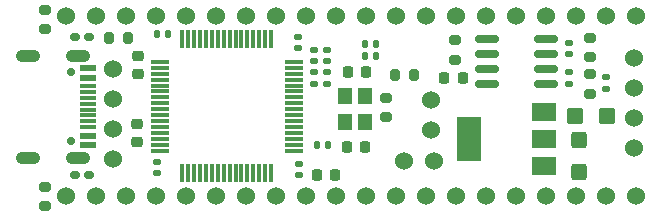
<source format=gts>
G04 #@! TF.GenerationSoftware,KiCad,Pcbnew,(6.0.7-1)-1*
G04 #@! TF.CreationDate,2022-09-05T08:39:56-04:00*
G04 #@! TF.ProjectId,F405_pill,46343035-5f70-4696-9c6c-2e6b69636164,rev?*
G04 #@! TF.SameCoordinates,Original*
G04 #@! TF.FileFunction,Soldermask,Top*
G04 #@! TF.FilePolarity,Negative*
%FSLAX46Y46*%
G04 Gerber Fmt 4.6, Leading zero omitted, Abs format (unit mm)*
G04 Created by KiCad (PCBNEW (6.0.7-1)-1) date 2022-09-05 08:39:56*
%MOMM*%
%LPD*%
G01*
G04 APERTURE LIST*
G04 Aperture macros list*
%AMRoundRect*
0 Rectangle with rounded corners*
0 $1 Rounding radius*
0 $2 $3 $4 $5 $6 $7 $8 $9 X,Y pos of 4 corners*
0 Add a 4 corners polygon primitive as box body*
4,1,4,$2,$3,$4,$5,$6,$7,$8,$9,$2,$3,0*
0 Add four circle primitives for the rounded corners*
1,1,$1+$1,$2,$3*
1,1,$1+$1,$4,$5*
1,1,$1+$1,$6,$7*
1,1,$1+$1,$8,$9*
0 Add four rect primitives between the rounded corners*
20,1,$1+$1,$2,$3,$4,$5,0*
20,1,$1+$1,$4,$5,$6,$7,0*
20,1,$1+$1,$6,$7,$8,$9,0*
20,1,$1+$1,$8,$9,$2,$3,0*%
G04 Aperture macros list end*
%ADD10RoundRect,0.225000X0.250000X-0.225000X0.250000X0.225000X-0.250000X0.225000X-0.250000X-0.225000X0*%
%ADD11RoundRect,0.225000X-0.250000X0.225000X-0.250000X-0.225000X0.250000X-0.225000X0.250000X0.225000X0*%
%ADD12RoundRect,0.140000X-0.170000X0.140000X-0.170000X-0.140000X0.170000X-0.140000X0.170000X0.140000X0*%
%ADD13RoundRect,0.140000X0.140000X0.170000X-0.140000X0.170000X-0.140000X-0.170000X0.140000X-0.170000X0*%
%ADD14RoundRect,0.200000X-0.275000X0.200000X-0.275000X-0.200000X0.275000X-0.200000X0.275000X0.200000X0*%
%ADD15R,2.000000X1.500000*%
%ADD16R,2.000000X3.800000*%
%ADD17C,1.524000*%
%ADD18R,1.200000X1.400000*%
%ADD19RoundRect,0.200000X0.275000X-0.200000X0.275000X0.200000X-0.275000X0.200000X-0.275000X-0.200000X0*%
%ADD20RoundRect,0.140000X0.170000X-0.140000X0.170000X0.140000X-0.170000X0.140000X-0.170000X-0.140000X0*%
%ADD21RoundRect,0.225000X-0.225000X-0.250000X0.225000X-0.250000X0.225000X0.250000X-0.225000X0.250000X0*%
%ADD22RoundRect,0.140000X-0.140000X-0.170000X0.140000X-0.170000X0.140000X0.170000X-0.140000X0.170000X0*%
%ADD23RoundRect,0.250000X-0.450000X-0.425000X0.450000X-0.425000X0.450000X0.425000X-0.450000X0.425000X0*%
%ADD24RoundRect,0.160000X0.222500X0.160000X-0.222500X0.160000X-0.222500X-0.160000X0.222500X-0.160000X0*%
%ADD25RoundRect,0.075000X0.700000X0.075000X-0.700000X0.075000X-0.700000X-0.075000X0.700000X-0.075000X0*%
%ADD26RoundRect,0.075000X0.075000X0.700000X-0.075000X0.700000X-0.075000X-0.700000X0.075000X-0.700000X0*%
%ADD27RoundRect,0.218750X-0.218750X-0.256250X0.218750X-0.256250X0.218750X0.256250X-0.218750X0.256250X0*%
%ADD28RoundRect,0.225000X0.225000X0.250000X-0.225000X0.250000X-0.225000X-0.250000X0.225000X-0.250000X0*%
%ADD29RoundRect,0.147500X-0.172500X0.147500X-0.172500X-0.147500X0.172500X-0.147500X0.172500X0.147500X0*%
%ADD30RoundRect,0.250000X-0.425000X0.450000X-0.425000X-0.450000X0.425000X-0.450000X0.425000X0.450000X0*%
%ADD31RoundRect,0.150000X-0.825000X-0.150000X0.825000X-0.150000X0.825000X0.150000X-0.825000X0.150000X0*%
%ADD32RoundRect,0.200000X0.200000X0.275000X-0.200000X0.275000X-0.200000X-0.275000X0.200000X-0.275000X0*%
%ADD33C,0.700000*%
%ADD34R,1.450000X0.600000*%
%ADD35R,1.450000X0.300000*%
%ADD36O,2.100000X1.050000*%
%ADD37RoundRect,0.160000X-0.222500X-0.160000X0.222500X-0.160000X0.222500X0.160000X-0.222500X0.160000X0*%
G04 APERTURE END LIST*
D10*
X104901000Y-87713000D03*
X104901000Y-86163000D03*
D11*
X105007000Y-80412000D03*
X105007000Y-81962000D03*
D12*
X106617000Y-89379000D03*
X106617000Y-90339000D03*
D13*
X107511000Y-78583000D03*
X106551000Y-78583000D03*
D14*
X97096000Y-91487000D03*
X97096000Y-93137000D03*
D15*
X139332000Y-89775600D03*
D16*
X133032000Y-87475600D03*
D15*
X139332000Y-87475600D03*
X139332000Y-85175600D03*
D17*
X146982000Y-88222000D03*
X146982000Y-85682000D03*
X146982000Y-83142000D03*
X146982000Y-80602000D03*
D18*
X124180000Y-86033000D03*
X124180000Y-83833000D03*
X122480000Y-83833000D03*
X122480000Y-86033000D03*
D19*
X97096000Y-78151000D03*
X97096000Y-76501000D03*
D17*
X129800000Y-84130000D03*
X129800000Y-86670000D03*
D20*
X119860000Y-80890000D03*
X119860000Y-79930000D03*
X118514000Y-79763000D03*
X118514000Y-78803000D03*
D21*
X122766000Y-81758000D03*
X124316000Y-81758000D03*
D12*
X119858000Y-81814000D03*
X119858000Y-82774000D03*
D19*
X143218000Y-80520200D03*
X143218000Y-78870200D03*
D22*
X120140000Y-87981000D03*
X121100000Y-87981000D03*
D23*
X141950000Y-85500000D03*
X144650000Y-85500000D03*
D12*
X121000000Y-81820000D03*
X121000000Y-82780000D03*
D20*
X118588000Y-90493000D03*
X118588000Y-89533000D03*
D24*
X100809500Y-78787000D03*
X99664500Y-78787000D03*
D25*
X118167000Y-88429000D03*
X118167000Y-87929000D03*
X118167000Y-87429000D03*
X118167000Y-86929000D03*
X118167000Y-86429000D03*
X118167000Y-85929000D03*
X118167000Y-85429000D03*
X118167000Y-84929000D03*
X118167000Y-84429000D03*
X118167000Y-83929000D03*
X118167000Y-83429000D03*
X118167000Y-82929000D03*
X118167000Y-82429000D03*
X118167000Y-81929000D03*
X118167000Y-81429000D03*
X118167000Y-80929000D03*
D26*
X116242000Y-79004000D03*
X115742000Y-79004000D03*
X115242000Y-79004000D03*
X114742000Y-79004000D03*
X114242000Y-79004000D03*
X113742000Y-79004000D03*
X113242000Y-79004000D03*
X112742000Y-79004000D03*
X112242000Y-79004000D03*
X111742000Y-79004000D03*
X111242000Y-79004000D03*
X110742000Y-79004000D03*
X110242000Y-79004000D03*
X109742000Y-79004000D03*
X109242000Y-79004000D03*
X108742000Y-79004000D03*
D25*
X106817000Y-80929000D03*
X106817000Y-81429000D03*
X106817000Y-81929000D03*
X106817000Y-82429000D03*
X106817000Y-82929000D03*
X106817000Y-83429000D03*
X106817000Y-83929000D03*
X106817000Y-84429000D03*
X106817000Y-84929000D03*
X106817000Y-85429000D03*
X106817000Y-85929000D03*
X106817000Y-86429000D03*
X106817000Y-86929000D03*
X106817000Y-87429000D03*
X106817000Y-87929000D03*
X106817000Y-88429000D03*
D26*
X108742000Y-90354000D03*
X109242000Y-90354000D03*
X109742000Y-90354000D03*
X110242000Y-90354000D03*
X110742000Y-90354000D03*
X111242000Y-90354000D03*
X111742000Y-90354000D03*
X112242000Y-90354000D03*
X112742000Y-90354000D03*
X113242000Y-90354000D03*
X113742000Y-90354000D03*
X114242000Y-90354000D03*
X114742000Y-90354000D03*
X115242000Y-90354000D03*
X115742000Y-90354000D03*
X116242000Y-90354000D03*
D14*
X125989000Y-83958000D03*
X125989000Y-85608000D03*
D22*
X124200000Y-80430000D03*
X125160000Y-80430000D03*
D27*
X130894500Y-82312000D03*
X132469500Y-82312000D03*
D20*
X141480000Y-80248000D03*
X141480000Y-79288000D03*
D28*
X124189000Y-88108000D03*
X122639000Y-88108000D03*
D17*
X130070000Y-89300000D03*
X127530000Y-89300000D03*
D29*
X121000000Y-79915000D03*
X121000000Y-80885000D03*
D30*
X142300000Y-87550000D03*
X142300000Y-90250000D03*
D31*
X134567028Y-79000657D03*
X134567028Y-80270657D03*
X134567028Y-81540657D03*
X134567028Y-82810657D03*
X139517028Y-82810657D03*
X139517028Y-81540657D03*
X139517028Y-80270657D03*
X139517028Y-79000657D03*
D17*
X147147000Y-77057000D03*
X144607000Y-77057000D03*
X142067000Y-77057000D03*
X139527000Y-77057000D03*
X136987000Y-77057000D03*
X134447000Y-77057000D03*
X131907000Y-77057000D03*
X129367000Y-77057000D03*
X126827000Y-77057000D03*
X124287000Y-77057000D03*
X121747000Y-77057000D03*
X119207000Y-77057000D03*
X116667000Y-77057000D03*
X114127000Y-77057000D03*
X111587000Y-77057000D03*
X109047000Y-77057000D03*
X106507000Y-77057000D03*
X103967000Y-77057000D03*
X101427000Y-77057000D03*
X98887000Y-77057000D03*
X98887000Y-92297000D03*
X101427000Y-92297000D03*
X103967000Y-92297000D03*
X106507000Y-92297000D03*
X109047000Y-92297000D03*
X111587000Y-92297000D03*
X114103395Y-92306993D03*
X116667000Y-92297000D03*
X119207000Y-92297000D03*
X121747000Y-92297000D03*
X124287000Y-92297000D03*
X126827000Y-92297000D03*
X129367000Y-92297000D03*
X131907000Y-92297000D03*
X134447000Y-92297000D03*
X136987000Y-92297000D03*
X139527000Y-92297000D03*
X142067000Y-92297000D03*
X144607000Y-92297000D03*
X147147000Y-92297000D03*
D19*
X143218000Y-83631200D03*
X143218000Y-81981200D03*
D17*
X102882000Y-81502000D03*
X102882000Y-84042000D03*
X102882000Y-86582000D03*
X102882000Y-89122000D03*
D32*
X128389000Y-82008000D03*
X126739000Y-82008000D03*
D22*
X124200000Y-79430000D03*
X125160000Y-79430000D03*
D21*
X120112000Y-90521000D03*
X121662000Y-90521000D03*
D33*
X99332000Y-87602000D03*
X99332000Y-81822000D03*
D34*
X100777000Y-81462000D03*
X100777000Y-82262000D03*
D35*
X100777000Y-83462000D03*
X100777000Y-84462000D03*
X100777000Y-84962000D03*
X100777000Y-85962000D03*
D34*
X100777000Y-87962000D03*
X100777000Y-87162000D03*
D35*
X100777000Y-86462000D03*
X100777000Y-85462000D03*
X100777000Y-83962000D03*
X100777000Y-82962000D03*
D36*
X99862000Y-80392000D03*
X99862000Y-89032000D03*
X95682000Y-80392000D03*
X95682000Y-89032000D03*
D12*
X144600000Y-82222000D03*
X144600000Y-83182000D03*
D37*
X99667500Y-90530000D03*
X100812500Y-90530000D03*
D12*
X141480000Y-81800000D03*
X141480000Y-82760000D03*
D32*
X104157000Y-78887000D03*
X102507000Y-78887000D03*
D14*
X131782000Y-79087000D03*
X131782000Y-80737000D03*
M02*

</source>
